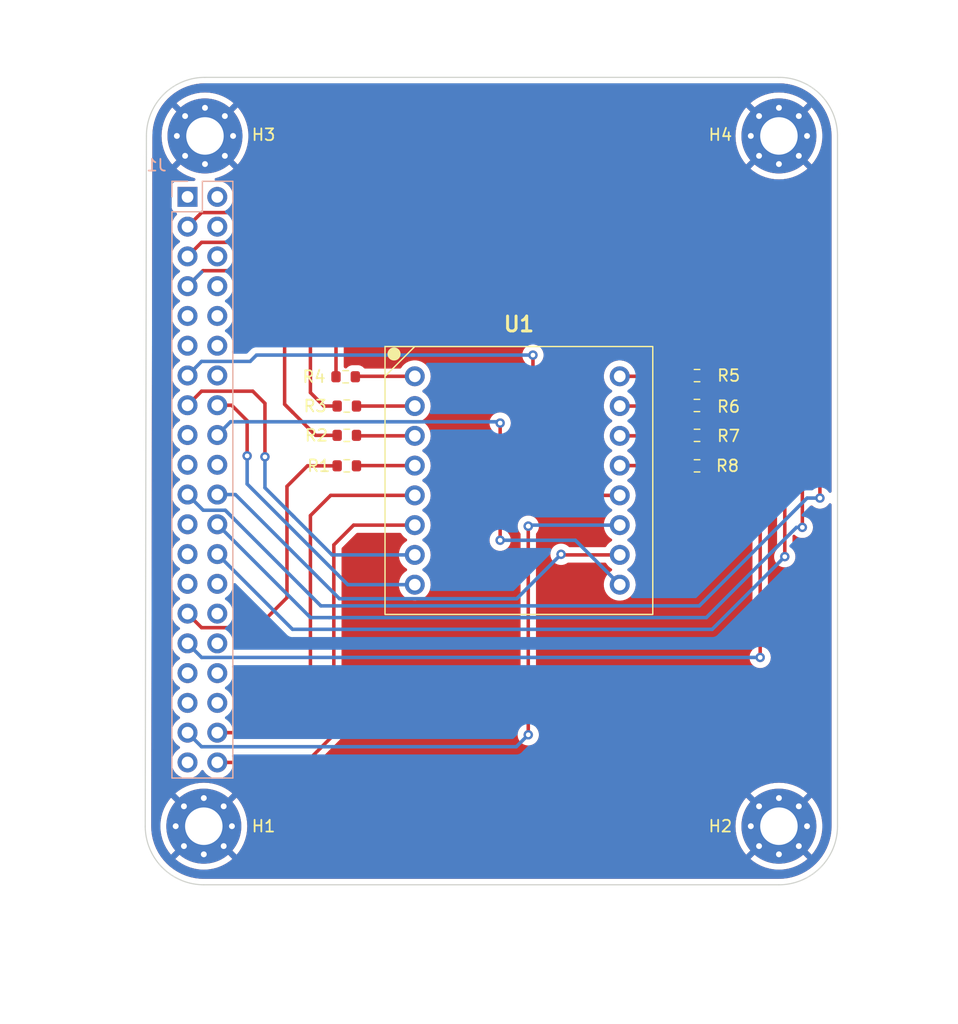
<source format=kicad_pcb>
(kicad_pcb (version 20211014) (generator pcbnew)
  (layers (0 "F.Cu" signal) (31 "B.Cu" signal) (34 "B.Paste" user) (35 "F.Paste" user) (36 "B.SilkS" user "B.Silkscreen") (37 "F.SilkS" user "F.Silkscreen") (38 "B.Mask" user) (39 "F.Mask" user) (44 "Edge.Cuts" user))
  (net 0 "")
  (net 3 "H1")
  (net 5 "H2")
  (net 7 "H3")
  (net 13 "L8")
  (net 15 "L3")
  (net 16 "L4")
  (net 18 "L5")
  (net 21 "H8")
  (net 22 "L6")
  (net 24 "H7")
  (net 26 "H6")
  (net 29 "H4")
  (net 31 "H5")
  (net 37 "L7")
  (net 38 "L1")
  (net 40 "L2")
  (net 41 "Net-(R1-Pad2)")
  (net 42 "Net-(R2-Pad2)")
  (net 43 "Net-(R3-Pad2)")
  (net 44 "Net-(R4-Pad2)")
  (net 45 "Net-(R5-Pad1)")
  (net 46 "Net-(R6-Pad1)")
  (net 47 "Net-(R7-Pad1)")
  (net 48 "Net-(R8-Pad1)")
  (net 49 "GND")
  (footprint "MountingHole:MountingHole_3.2mm_M3_Pad_Via" (layer "F.Cu") (at 185 63.1)
    (fp_text reference "H4" (at -5 -0.1) (layer "F.SilkS"))
    (fp_text value "MountingHole_Pad")
    (pad "1" thru_hole circle (at -1.697056 -1.697056) (size 0.8 0.8) (drill 0.5) (layers *.Cu *.Mask) (net 49 "GND"))
    (pad "1" thru_hole circle (at -1.697056 1.697056) (size 0.8 0.8) (drill 0.5) (layers *.Cu *.Mask) (net 49 "GND"))
    (pad "1" thru_hole circle (at 0 -2.4) (size 0.8 0.8) (drill 0.5) (layers *.Cu *.Mask) (net 49 "GND"))
    (pad "1" thru_hole circle (at 1.697056 1.697056) (size 0.8 0.8) (drill 0.5) (layers *.Cu *.Mask) (net 49 "GND"))
    (pad "1" thru_hole circle (at -2.4 0) (size 0.8 0.8) (drill 0.5) (layers *.Cu *.Mask) (net 49 "GND"))
    (pad "1" thru_hole circle (at 2.4 0) (size 0.8 0.8) (drill 0.5) (layers *.Cu *.Mask) (net 49 "GND"))
    (pad "1" thru_hole circle (at 0 0) (size 6.4 6.4) (drill 3.2) (layers *.Cu *.Mask) (net 49 "GND"))
    (pad "1" thru_hole circle (at 0 2.4) (size 0.8 0.8) (drill 0.5) (layers *.Cu *.Mask) (net 49 "GND"))
    (pad "1" thru_hole circle (at 1.697056 -1.697056) (size 0.8 0.8) (drill 0.5) (layers *.Cu *.Mask) (net 49 "GND"))
  )
  (footprint "Resistor_SMD:R_0603_1608Metric" (layer "F.Cu") (at 178.01 88.65)
    (fp_text reference "R7" (at 2.69 0.05) (layer "F.SilkS"))
    (fp_text value "220")
    (fp_line (start -0.237258 0.5225) (end 0.237258 0.5225) (layer "F.SilkS") (width 0.12))
    (fp_line (start -0.237258 -0.5225) (end 0.237258 -0.5225) (layer "F.SilkS") (width 0.12))
    (pad "1" smd roundrect (at -0.825 0) (size 0.8 0.95) (layers "F.Cu" "F.Paste" "F.Mask") (net 47 "Net-(R7-Pad1)"))
    (pad "2" smd roundrect (at 0.825 0) (size 0.8 0.95) (layers "F.Cu" "F.Paste" "F.Mask") (net 26 "H6"))
  )
  (footprint "MountingHole:MountingHole_3.2mm_M3_Pad_Via" (layer "F.Cu") (at 185 122)
    (fp_text reference "H2" (at -5 0) (layer "F.SilkS"))
    (fp_text value "MountingHole_Pad")
    (pad "1" thru_hole circle (at 1.697056 -1.697056) (size 0.8 0.8) (drill 0.5) (layers *.Cu *.Mask) (net 49 "GND"))
    (pad "1" thru_hole circle (at -1.697056 1.697056) (size 0.8 0.8) (drill 0.5) (layers *.Cu *.Mask) (net 49 "GND"))
    (pad "1" thru_hole circle (at -2.4 0) (size 0.8 0.8) (drill 0.5) (layers *.Cu *.Mask) (net 49 "GND"))
    (pad "1" thru_hole circle (at 1.697056 1.697056) (size 0.8 0.8) (drill 0.5) (layers *.Cu *.Mask) (net 49 "GND"))
    (pad "1" thru_hole circle (at 0 0) (size 6.4 6.4) (drill 3.2) (layers *.Cu *.Mask) (net 49 "GND"))
    (pad "1" thru_hole circle (at 0 2.4) (size 0.8 0.8) (drill 0.5) (layers *.Cu *.Mask) (net 49 "GND"))
    (pad "1" thru_hole circle (at 2.4 0) (size 0.8 0.8) (drill 0.5) (layers *.Cu *.Mask) (net 49 "GND"))
    (pad "1" thru_hole circle (at -1.697056 -1.697056) (size 0.8 0.8) (drill 0.5) (layers *.Cu *.Mask) (net 49 "GND"))
    (pad "1" thru_hole circle (at 0 -2.4) (size 0.8 0.8) (drill 0.5) (layers *.Cu *.Mask) (net 49 "GND"))
  )
  (footprint "MountingHole:MountingHole_3.2mm_M3_Pad_Via" (layer "F.Cu") (at 135.9 122)
    (fp_text reference "H1" (at 5.1 0) (layer "F.SilkS"))
    (fp_text value "MountingHole_Pad")
    (pad "1" thru_hole circle (at 0 -2.4) (size 0.8 0.8) (drill 0.5) (layers *.Cu *.Mask) (net 49 "GND"))
    (pad "1" thru_hole circle (at 2.4 0) (size 0.8 0.8) (drill 0.5) (layers *.Cu *.Mask) (net 49 "GND"))
    (pad "1" thru_hole circle (at 0 0) (size 6.4 6.4) (drill 3.2) (layers *.Cu *.Mask) (net 49 "GND"))
    (pad "1" thru_hole circle (at 1.697056 -1.697056) (size 0.8 0.8) (drill 0.5) (layers *.Cu *.Mask) (net 49 "GND"))
    (pad "1" thru_hole circle (at 1.697056 1.697056) (size 0.8 0.8) (drill 0.5) (layers *.Cu *.Mask) (net 49 "GND"))
    (pad "1" thru_hole circle (at -1.697056 1.697056) (size 0.8 0.8) (drill 0.5) (layers *.Cu *.Mask) (net 49 "GND"))
    (pad "1" thru_hole circle (at -1.697056 -1.697056) (size 0.8 0.8) (drill 0.5) (layers *.Cu *.Mask) (net 49 "GND"))
    (pad "1" thru_hole circle (at 0 2.4) (size 0.8 0.8) (drill 0.5) (layers *.Cu *.Mask) (net 49 "GND"))
    (pad "1" thru_hole circle (at -2.4 0) (size 0.8 0.8) (drill 0.5) (layers *.Cu *.Mask) (net 49 "GND"))
  )
  (footprint "Resistor_SMD:R_0603_1608Metric" (layer "F.Cu") (at 178 86.1)
    (fp_text reference "R6" (at 2.7 0.1) (layer "F.SilkS"))
    (fp_text value "220")
    (fp_line (start -0.237258 0.5225) (end 0.237258 0.5225) (layer "F.SilkS") (width 0.12))
    (fp_line (start -0.237258 -0.5225) (end 0.237258 -0.5225) (layer "F.SilkS") (width 0.12))
    (pad "1" smd roundrect (at -0.825 0) (size 0.8 0.95) (layers "F.Cu" "F.Paste" "F.Mask") (net 46 "Net-(R6-Pad1)"))
    (pad "2" smd roundrect (at 0.825 0) (size 0.8 0.95) (layers "F.Cu" "F.Paste" "F.Mask") (net 24 "H7"))
  )
  (footprint "Resistor_SMD:R_0603_1608Metric" (layer "F.Cu") (at 178.01 83.55)
    (fp_text reference "R5" (at 2.7 0) (layer "F.SilkS"))
    (fp_text value "220")
    (fp_line (start -0.237258 -0.5225) (end 0.237258 -0.5225) (layer "F.SilkS") (width 0.12))
    (fp_line (start -0.237258 0.5225) (end 0.237258 0.5225) (layer "F.SilkS") (width 0.12))
    (pad "1" smd roundrect (at -0.825 0) (size 0.8 0.95) (layers "F.Cu" "F.Paste" "F.Mask") (net 45 "Net-(R5-Pad1)"))
    (pad "2" smd roundrect (at 0.825 0) (size 0.8 0.95) (layers "F.Cu" "F.Paste" "F.Mask") (net 21 "H8"))
  )
  (footprint "MountingHole:MountingHole_3.2mm_M3_Pad_Via" (layer "F.Cu") (at 136 63.1)
    (fp_text reference "H3" (at 5 -0.1) (layer "F.SilkS"))
    (fp_text value "MountingHole_Pad")
    (pad "1" thru_hole circle (at -2.4 0) (size 0.8 0.8) (drill 0.5) (layers *.Cu *.Mask) (net 49 "GND"))
    (pad "1" thru_hole circle (at -1.697056 1.697056) (size 0.8 0.8) (drill 0.5) (layers *.Cu *.Mask) (net 49 "GND"))
    (pad "1" thru_hole circle (at -1.697056 -1.697056) (size 0.8 0.8) (drill 0.5) (layers *.Cu *.Mask) (net 49 "GND"))
    (pad "1" thru_hole circle (at 1.697056 -1.697056) (size 0.8 0.8) (drill 0.5) (layers *.Cu *.Mask) (net 49 "GND"))
    (pad "1" thru_hole circle (at 0 0) (size 6.4 6.4) (drill 3.2) (layers *.Cu *.Mask) (net 49 "GND"))
    (pad "1" thru_hole circle (at 2.4 0) (size 0.8 0.8) (drill 0.5) (layers *.Cu *.Mask) (net 49 "GND"))
    (pad "1" thru_hole circle (at 1.697056 1.697056) (size 0.8 0.8) (drill 0.5) (layers *.Cu *.Mask) (net 49 "GND"))
    (pad "1" thru_hole circle (at 0 2.4) (size 0.8 0.8) (drill 0.5) (layers *.Cu *.Mask) (net 49 "GND"))
    (pad "1" thru_hole circle (at 0 -2.4) (size 0.8 0.8) (drill 0.5) (layers *.Cu *.Mask) (net 49 "GND"))
  )
  (footprint "Resistor_SMD:R_0603_1608Metric" (layer "F.Cu") (at 178.01 91.25)
    (fp_text reference "R8" (at 2.6 0) (layer "F.SilkS"))
    (fp_text value "220")
    (fp_line (start -0.237258 -0.5225) (end 0.237258 -0.5225) (layer "F.SilkS") (width 0.12))
    (fp_line (start -0.237258 0.5225) (end 0.237258 0.5225) (layer "F.SilkS") (width 0.12))
    (pad "1" smd roundrect (at -0.825 0) (size 0.8 0.95) (layers "F.Cu" "F.Paste" "F.Mask") (net 48 "Net-(R8-Pad1)"))
    (pad "2" smd roundrect (at 0.825 0) (size 0.8 0.95) (layers "F.Cu" "F.Paste" "F.Mask") (net 31 "H5"))
  )
  (footprint "Resistor_SMD:R_0603_1608Metric" (layer "F.Cu") (at 148.11 86.15)
    (fp_text reference "R3" (at -2.7 0) (layer "F.SilkS"))
    (fp_text value "220")
    (fp_line (start -0.237258 0.5225) (end 0.237258 0.5225) (layer "F.SilkS") (width 0.12))
    (fp_line (start -0.237258 -0.5225) (end 0.237258 -0.5225) (layer "F.SilkS") (width 0.12))
    (pad "1" smd roundrect (at -0.825 0) (size 0.8 0.95) (layers "F.Cu" "F.Paste" "F.Mask") (net 5 "H2"))
    (pad "2" smd roundrect (at 0.825 0) (size 0.8 0.95) (layers "F.Cu" "F.Paste" "F.Mask") (net 43 "Net-(R3-Pad2)"))
  )
  (footprint "Resistor_SMD:R_0603_1608Metric" (layer "F.Cu") (at 148.11 91.25)
    (fp_text reference "R1" (at -2.4 0) (layer "F.SilkS"))
    (fp_text value "220")
    (fp_line (start -0.237258 0.5225) (end 0.237258 0.5225) (layer "F.SilkS") (width 0.12))
    (fp_line (start -0.237258 -0.5225) (end 0.237258 -0.5225) (layer "F.SilkS") (width 0.12))
    (pad "1" smd roundrect (at -0.825 0) (size 0.8 0.95) (layers "F.Cu" "F.Paste" "F.Mask") (net 29 "H4"))
    (pad "2" smd roundrect (at 0.825 0) (size 0.8 0.95) (layers "F.Cu" "F.Paste" "F.Mask") (net 41 "Net-(R1-Pad2)"))
  )
  (footprint "Resistor_SMD:R_0603_1608Metric" (layer "F.Cu") (at 148.11 88.65)
    (fp_text reference "R2" (at -2.6 0) (layer "F.SilkS"))
    (fp_text value "220")
    (fp_line (start -0.237258 0.5225) (end 0.237258 0.5225) (layer "F.SilkS") (width 0.12))
    (fp_line (start -0.237258 -0.5225) (end 0.237258 -0.5225) (layer "F.SilkS") (width 0.12))
    (pad "1" smd roundrect (at -0.825 0) (size 0.8 0.95) (layers "F.Cu" "F.Paste" "F.Mask") (net 7 "H3"))
    (pad "2" smd roundrect (at 0.825 0) (size 0.8 0.95) (layers "F.Cu" "F.Paste" "F.Mask") (net 42 "Net-(R2-Pad2)"))
  )
  (footprint "Resistor_SMD:R_0603_1608Metric" (layer "F.Cu") (at 148.01 83.65)
    (fp_text reference "R4" (at -2.7 0) (layer "F.SilkS"))
    (fp_text value "220")
    (fp_line (start -0.237258 0.5225) (end 0.237258 0.5225) (layer "F.SilkS") (width 0.12))
    (fp_line (start -0.237258 -0.5225) (end 0.237258 -0.5225) (layer "F.SilkS") (width 0.12))
    (pad "1" smd roundrect (at -0.825 0) (size 0.8 0.95) (layers "F.Cu" "F.Paste" "F.Mask") (net 3 "H1"))
    (pad "2" smd roundrect (at 0.825 0) (size 0.8 0.95) (layers "F.Cu" "F.Paste" "F.Mask") (net 44 "Net-(R4-Pad2)"))
  )
  (footprint "pi_hat_footprint:DIPS4572W51P254L6020H925Q16N" (layer "F.Cu") (at 153.91 83.61)
    (fp_text reference "U1" (at 8.89 -4.445) (layer "F.SilkS") (effects (font (size 1.27 1.27) (thickness 0.254))))
    (fp_text value "KWM-20882CVB" hide)
    (fp_line (start -2.54 0) (end 0 -2.54) (layer "F.SilkS") (width 0.12))
    (fp_rect (start -2.54 -2.54) (end 20.32 20.32) (layer "F.SilkS") (width 0.12) (fill none))
    (fp_circle (center -1.77 -1.905) (end -1.27 -1.905) (layer "F.SilkS") (width 0.12) (fill solid))
    (pad "1" thru_hole oval (at 0 0) (size 1.7 1.7) (drill 1) (layers *.Cu *.Mask) (net 44 "Net-(R4-Pad2)"))
    (pad "2" thru_hole oval (at 0 2.54) (size 1.7 1.7) (drill 1) (layers *.Cu *.Mask) (net 43 "Net-(R3-Pad2)"))
    (pad "3" thru_hole oval (at 0 5.08) (size 1.7 1.7) (drill 1) (layers *.Cu *.Mask) (net 42 "Net-(R2-Pad2)"))
    (pad "4" thru_hole oval (at 0 7.62) (size 1.7 1.7) (drill 1) (layers *.Cu *.Mask) (net 41 "Net-(R1-Pad2)"))
    (pad "5" thru_hole oval (at 0 10.16) (size 1.7 1.7) (drill 1) (layers *.Cu *.Mask) (net 38 "L1"))
    (pad "6" thru_hole oval (at 0 12.7) (size 1.7 1.7) (drill 1) (layers *.Cu *.Mask) (net 40 "L2"))
    (pad "7" thru_hole oval (at 0 15.24) (size 1.7 1.7) (drill 1) (layers *.Cu *.Mask) (net 15 "L3"))
    (pad "8" thru_hole oval (at 0 17.78) (size 1.7 1.7) (drill 1) (layers *.Cu *.Mask) (net 16 "L4"))
    (pad "9" thru_hole oval (at 17.5 17.78) (size 1.7 1.7) (drill 1) (layers *.Cu *.Mask) (net 18 "L5"))
    (pad "10" thru_hole oval (at 17.5 15.24) (size 1.7 1.7) (drill 1) (layers *.Cu *.Mask) (net 22 "L6"))
    (pad "11" thru_hole oval (at 17.5 12.7) (size 1.7 1.7) (drill 1) (layers *.Cu *.Mask) (net 37 "L7"))
    (pad "12" thru_hole oval (at 17.5 10.16) (size 1.7 1.7) (drill 1) (layers *.Cu *.Mask) (net 13 "L8"))
    (pad "13" thru_hole oval (at 17.5 7.62) (size 1.7 1.7) (drill 1) (layers *.Cu *.Mask) (net 48 "Net-(R8-Pad1)"))
    (pad "14" thru_hole oval (at 17.5 5.08) (size 1.7 1.7) (drill 1) (layers *.Cu *.Mask) (net 47 "Net-(R7-Pad1)"))
    (pad "15" thru_hole oval (at 17.5 2.54) (size 1.7 1.7) (drill 1) (layers *.Cu *.Mask) (net 46 "Net-(R6-Pad1)"))
    (pad "16" thru_hole oval (at 17.5 0) (size 1.7 1.7) (drill 1) (layers *.Cu *.Mask) (net 45 "Net-(R5-Pad1)"))
  )
  (footprint "Connector_PinSocket_2.54mm:PinSocket_2x20_P2.54mm_Vertical" (layer "B.Cu") (at 134.51 68.3 180)
    (fp_text reference "J1" (at 2.65 2.7) (layer "B.SilkS") (effects (justify mirror)))
    (fp_text value "Raspberry_Pi_2_3")
    (fp_line (start 1.33 -1.27) (end 1.33 -49.59) (layer "B.SilkS") (width 0.12))
    (fp_line (start -1.27 -1.27) (end 1.33 -1.27) (layer "B.SilkS") (width 0.12))
    (fp_line (start 0 1.33) (end 1.33 1.33) (layer "B.SilkS") (width 0.12))
    (fp_line (start 1.33 1.33) (end 1.33 0) (layer "B.SilkS") (width 0.12))
    (fp_line (start -1.27 1.33) (end -1.27 -1.27) (layer "B.SilkS") (width 0.12))
    (fp_line (start -3.87 -49.59) (end 1.33 -49.59) (layer "B.SilkS") (width 0.12))
    (fp_line (start -3.87 1.33) (end -3.87 -49.59) (layer "B.SilkS") (width 0.12))
    (fp_line (start -3.87 1.33) (end -1.27 1.33) (layer "B.SilkS") (width 0.12))
    (pad "1" thru_hole rect (at 0 0 180) (size 1.7 1.7) (drill 1) (layers *.Cu *.Mask))
    (pad "2" thru_hole oval (at -2.54 0 180) (size 1.7 1.7) (drill 1) (layers *.Cu *.Mask))
    (pad "3" thru_hole oval (at 0 -2.54 180) (size 1.7 1.7) (drill 1) (layers *.Cu *.Mask) (net 3 "H1"))
    (pad "4" thru_hole oval (at -2.54 -2.54 180) (size 1.7 1.7) (drill 1) (layers *.Cu *.Mask))
    (pad "5" thru_hole oval (at 0 -5.08 180) (size 1.7 1.7) (drill 1) (layers *.Cu *.Mask) (net 5 "H2"))
    (pad "6" thru_hole oval (at -2.54 -5.08 180) (size 1.7 1.7) (drill 1) (layers *.Cu *.Mask))
    (pad "7" thru_hole oval (at 0 -7.62 180) (size 1.7 1.7) (drill 1) (layers *.Cu *.Mask) (net 7 "H3"))
    (pad "8" thru_hole oval (at -2.54 -7.62 180) (size 1.7 1.7) (drill 1) (layers *.Cu *.Mask))
    (pad "9" thru_hole oval (at 0 -10.16 180) (size 1.7 1.7) (drill 1) (layers *.Cu *.Mask))
    (pad "10" thru_hole oval (at -2.54 -10.16 180) (size 1.7 1.7) (drill 1) (layers *.Cu *.Mask))
    (pad "11" thru_hole oval (at 0 -12.7 180) (size 1.7 1.7) (drill 1) (layers *.Cu *.Mask))
    (pad "12" thru_hole oval (at -2.54 -12.7 180) (size 1.7 1.7) (drill 1) (layers *.Cu *.Mask))
    (pad "13" thru_hole oval (at 0 -15.24 180) (size 1.7 1.7) (drill 1) (layers *.Cu *.Mask) (net 13 "L8"))
    (pad "14" thru_hole oval (at -2.54 -15.24 180) (size 1.7 1.7) (drill 1) (layers *.Cu *.Mask))
    (pad "15" thru_hole oval (at 0 -17.78 180) (size 1.7 1.7) (drill 1) (layers *.Cu *.Mask) (net 15 "L3"))
    (pad "16" thru_hole oval (at -2.54 -17.78 180) (size 1.7 1.7) (drill 1) (layers *.Cu *.Mask) (net 16 "L4"))
    (pad "17" thru_hole oval (at 0 -20.32 180) (size 1.7 1.7) (drill 1) (layers *.Cu *.Mask))
    (pad "18" thru_hole oval (at -2.54 -20.32 180) (size 1.7 1.7) (drill 1) (layers *.Cu *.Mask) (net 18 "L5"))
    (pad "19" thru_hole oval (at 0 -22.86 180) (size 1.7 1.7) (drill 1) (layers *.Cu *.Mask))
    (pad "20" thru_hole oval (at -2.54 -22.86 180) (size 1.7 1.7) (drill 1) (layers *.Cu *.Mask))
    (pad "21" thru_hole oval (at 0 -25.4 180) (size 1.7 1.7) (drill 1) (layers *.Cu *.Mask) (net 21 "H8"))
    (pad "22" thru_hole oval (at -2.54 -25.4 180) (size 1.7 1.7) (drill 1) (layers *.Cu *.Mask) (net 22 "L6"))
    (pad "23" thru_hole oval (at 0 -27.94 180) (size 1.7 1.7) (drill 1) (layers *.Cu *.Mask))
    (pad "24" thru_hole oval (at -2.54 -27.94 180) (size 1.7 1.7) (drill 1) (layers *.Cu *.Mask) (net 24 "H7"))
    (pad "25" thru_hole oval (at 0 -30.48 180) (size 1.7 1.7) (drill 1) (layers *.Cu *.Mask))
    (pad "26" thru_hole oval (at -2.54 -30.48 180) (size 1.7 1.7) (drill 1) (layers *.Cu *.Mask) (net 26 "H6"))
    (pad "27" thru_hole oval (at 0 -33.02 180) (size 1.7 1.7) (drill 1) (layers *.Cu *.Mask))
    (pad "28" thru_hole oval (at -2.54 -33.02 180) (size 1.7 1.7) (drill 1) (layers *.Cu *.Mask))
    (pad "29" thru_hole oval (at 0 -35.56 180) (size 1.7 1.7) (drill 1) (layers *.Cu *.Mask) (net 29 "H4"))
    (pad "30" thru_hole oval (at -2.54 -35.56 180) (size 1.7 1.7) (drill 1) (layers *.Cu *.Mask))
    (pad "31" thru_hole oval (at 0 -38.1 180) (size 1.7 1.7) (drill 1) (layers *.Cu *.Mask) (net 31 "H5"))
    (pad "32" thru_hole oval (at -2.54 -38.1 180) (size 1.7 1.7) (drill 1) (layers *.Cu *.Mask))
    (pad "33" thru_hole oval (at 0 -40.64 180) (size 1.7 1.7) (drill 1) (layers *.Cu *.Mask))
    (pad "34" thru_hole oval (at -2.54 -40.64 180) (size 1.7 1.7) (drill 1) (layers *.Cu *.Mask))
    (pad "35" thru_hole oval (at 0 -43.18 180) (size 1.7 1.7) (drill 1) (layers *.Cu *.Mask))
    (pad "36" thru_hole oval (at -2.54 -43.18 180) (size 1.7 1.7) (drill 1) (layers *.Cu *.Mask))
    (pad "37" thru_hole oval (at 0 -45.72 180) (size 1.7 1.7) (drill 1) (layers *.Cu *.Mask) (net 37 "L7"))
    (pad "38" thru_hole oval (at -2.54 -45.72 180) (size 1.7 1.7) (drill 1) (layers *.Cu *.Mask) (net 38 "L1"))
    (pad "39" thru_hole oval (at 0 -48.26 180) (size 1.7 1.7) (drill 1) (layers *.Cu *.Mask))
    (pad "40" thru_hole oval (at -2.54 -48.26 180) (size 1.7 1.7) (drill 1) (layers *.Cu *.Mask) (net 40 "L2"))
  )
  (gr_line (start 190 63.1) (end 190 122) (layer "Edge.Cuts") (width 0.1))
  (gr_arc (start 135.9 127) (mid 132.364466 125.535534) (end 130.9 122) (layer "Edge.Cuts") (width 0.1))
  (gr_line (start 136 58.1) (end 185 58.1) (layer "Edge.Cuts") (width 0.1))
  (gr_arc (start 190 122) (mid 188.535534 125.535534) (end 185 127) (layer "Edge.Cuts") (width 0.1))
  (gr_line (start 130.9 122) (end 131 63.1) (layer "Edge.Cuts") (width 0.1))
  (gr_line (start 185 127) (end 135.9 127) (layer "Edge.Cuts") (width 0.1))
  (gr_arc (start 131 63.1) (mid 132.464466 59.564466) (end 136 58.1) (layer "Edge.Cuts") (width 0.1))
  (gr_arc (start 185 58.1) (mid 188.535534 59.564466) (end 190 63.1) (layer "Edge.Cuts") (width 0.1))
  (segment (start 135.709511 69.640489) (end 145.840489 69.640489) (width 0.3) (layer "F.Cu") (net 3))
  (segment (start 147.2 83.635) (end 147.185 83.65) (width 0.3) (layer "F.Cu") (net 3))
  (segment (start 147.185 70.985) (end 147.185 83.65) (width 0.3) (layer "F.Cu") (net 3))
  (segment (start 145.840489 69.640489) (end 147.185 70.985) (width 0.3) (layer "F.Cu") (net 3))
  (segment (start 134.51 70.84) (end 135.709511 69.640489) (width 0.3) (layer "F.Cu") (net 3))
  (segment (start 145 85) (end 145 73.6) (width 0.3) (layer "F.Cu") (net 5))
  (segment (start 143.580489 72.180489) (end 135.709511 72.180489) (width 0.3) (layer "F.Cu") (net 5))
  (segment (start 135.709511 72.180489) (end 134.51 73.38) (width 0.3) (layer "F.Cu") (net 5))
  (segment (start 146.15 86.15) (end 145 85) (width 0.3) (layer "F.Cu") (net 5))
  (segment (start 145 73.6) (end 143.580489 72.180489) (width 0.3) (layer "F.Cu") (net 5))
  (segment (start 147.285 86.15) (end 146.15 86.15) (width 0.3) (layer "F.Cu") (net 5))
  (segment (start 135.83 74.6) (end 134.51 75.92) (width 0.3) (layer "F.Cu") (net 7))
  (segment (start 142.8 77) (end 142.8 86) (width 0.3) (layer "F.Cu") (net 7))
  (segment (start 145.45 88.65) (end 143.5 86.7) (width 0.3) (layer "F.Cu") (net 7))
  (segment (start 142.8 86) (end 143.5 86.7) (width 0.3) (layer "F.Cu") (net 7))
  (segment (start 142.8 77) (end 142.8 76.2) (width 0.3) (layer "F.Cu") (net 7))
  (segment (start 143.5 86.7) (end 142.88 86.08) (width 0.3) (layer "F.Cu") (net 7))
  (segment (start 145.45 88.65) (end 147.285 88.65) (width 0.3) (layer "F.Cu") (net 7))
  (segment (start 142.8 76.2) (end 141.2 74.6) (width 0.3) (layer "F.Cu") (net 7))
  (segment (start 141.2 74.6) (end 135.83 74.6) (width 0.3) (layer "F.Cu") (net 7))
  (segment (start 134.51 75.92) (end 135.709511 74.720489) (width 0.3) (layer "B.Cu") (net 7))
  (segment (start 164 92) (end 164 81.8) (width 0.3) (layer "F.Cu") (net 13))
  (segment (start 165.77 93.77) (end 164 92) (width 0.3) (layer "F.Cu") (net 13))
  (segment (start 171.41 93.77) (end 165.77 93.77) (width 0.3) (layer "F.Cu") (net 13))
  (via (at 164 81.8) (size 0.8) (drill 0.4) (layers "F.Cu" "B.Cu") (net 13))
  (segment (start 135.709511 82.340489) (end 139.859511 82.340489) (width 0.3) (layer "B.Cu") (net 13))
  (segment (start 139.859511 82.340489) (end 140.4 81.8) (width 0.3) (layer "B.Cu") (net 13))
  (segment (start 134.51 83.54) (end 135.709511 82.340489) (width 0.3) (layer "B.Cu") (net 13))
  (segment (start 140.4 81.8) (end 164 81.8) (width 0.3) (layer "B.Cu") (net 13))
  (segment (start 134.51 86.08) (end 135.709511 84.880489) (width 0.3) (layer "F.Cu") (net 15))
  (segment (start 135.709511 84.880489) (end 140.080489 84.880489) (width 0.3) (layer "F.Cu") (net 15))
  (segment (start 141.119511 90.480489) (end 141.119511 85.919511) (width 0.3) (layer "F.Cu") (net 15))
  (segment (start 141.119511 85.919511) (end 140.080489 84.880489) (width 0.3) (layer "F.Cu") (net 15))
  (via (at 141.119511 90.480489) (size 0.8) (drill 0.4) (layers "F.Cu" "B.Cu") (net 15))
  (segment (start 143.6 95.6) (end 143.4 95.4) (width 0.3) (layer "B.Cu") (net 15))
  (segment (start 146.85 98.85) (end 143.6 95.6) (width 0.3) (layer "B.Cu") (net 15))
  (segment (start 141.119511 90.480489) (end 141.119511 93.119511) (width 0.3) (layer "B.Cu") (net 15))
  (segment (start 141.119511 93.119511) (end 143.6 95.6) (width 0.3) (layer "B.Cu") (net 15))
  (segment (start 153.91 98.85) (end 146.85 98.85) (width 0.3) (layer "B.Cu") (net 15))
  (segment (start 139.6 90.4) (end 139.6 87.4) (width 0.3) (layer "F.Cu") (net 16))
  (segment (start 139.6 87.4) (end 138.28 86.08) (width 0.3) (layer "F.Cu") (net 16))
  (segment (start 138.28 86.08) (end 137.05 86.08) (width 0.3) (layer "F.Cu") (net 16))
  (via (at 139.6 90.4) (size 0.8) (drill 0.4) (layers "F.Cu" "B.Cu") (net 16))
  (segment (start 148.19 101.39) (end 139.6 92.8) (width 0.3) (layer "B.Cu") (net 16))
  (segment (start 153.91 101.39) (end 148.19 101.39) (width 0.3) (layer "B.Cu") (net 16))
  (segment (start 139.6 92.8) (end 139.6 90.4) (width 0.3) (layer "B.Cu") (net 16))
  (segment (start 161.2 97.6) (end 161.2 87.6) (width 0.3) (layer "F.Cu") (net 18))
  (via (at 161.2 97.6) (size 0.8) (drill 0.4) (layers "F.Cu" "B.Cu") (net 18))
  (via (at 161.2 87.6) (size 0.8) (drill 0.4) (layers "F.Cu" "B.Cu") (net 18))
  (segment (start 161.090489 87.490489) (end 138.179511 87.490489) (width 0.3) (layer "B.Cu") (net 18))
  (segment (start 138.179511 87.490489) (end 137.05 88.62) (width 0.3) (layer "B.Cu") (net 18))
  (segment (start 167.62 97.6) (end 161.2 97.6) (width 0.3) (layer "B.Cu") (net 18))
  (segment (start 161.2 87.6) (end 161.090489 87.490489) (width 0.3) (layer "B.Cu") (net 18))
  (segment (start 171.41 101.39) (end 167.62 97.6) (width 0.3) (layer "B.Cu") (net 18))
  (segment (start 188.5 86) (end 188.5 94) (width 0.3) (layer "F.Cu") (net 21))
  (segment (start 178.835 83.55) (end 184.05 83.55) (width 0.3) (layer "F.Cu") (net 21))
  (segment (start 186.05 83.55) (end 188.5 86) (width 0.3) (layer "F.Cu") (net 21))
  (segment (start 178.835 83.55) (end 186.05 83.55) (width 0.3) (layer "F.Cu") (net 21))
  (via (at 188.5 94) (size 0.8) (drill 0.4) (layers "F.Cu" "B.Cu") (net 21))
  (segment (start 178.2 103.2) (end 187.4 94) (width 0.3) (layer "B.Cu") (net 21))
  (segment (start 134.51 93.7) (end 135.850489 95.040489) (width 0.3) (layer "B.Cu") (net 21))
  (segment (start 187.4 94) (end 188.5 94) (width 0.3) (layer "B.Cu") (net 21))
  (segment (start 135.850489 95.040489) (end 137.734061 95.040489) (width 0.3) (layer "B.Cu") (net 21))
  (segment (start 137.8 95.106428) (end 138.446786 95.753214) (width 0.3) (layer "B.Cu") (net 21))
  (segment (start 138.446786 95.753214) (end 145.893572 103.2) (width 0.3) (layer "B.Cu") (net 21))
  (segment (start 137.734061 95.040489) (end 138.446786 95.753214) (width 0.3) (layer "B.Cu") (net 21))
  (segment (start 145.893572 103.2) (end 178.2 103.2) (width 0.3) (layer "B.Cu") (net 21))
  (segment (start 171.41 98.85) (end 166.45 98.85) (width 0.3) (layer "F.Cu") (net 22))
  (segment (start 166.45 98.85) (end 166.4 98.8) (width 0.3) (layer "F.Cu") (net 22))
  (via (at 166.4 98.8) (size 0.8) (drill 0.4) (layers "F.Cu" "B.Cu") (net 22))
  (segment (start 166.4 98.8) (end 162.610489 102.589511) (width 0.3) (layer "B.Cu") (net 22))
  (segment (start 162.610489 102.589511) (end 162.389511 102.589511) (width 0.3) (layer "B.Cu") (net 22))
  (segment (start 147.483084 102.589511) (end 138.593573 93.7) (width 0.3) (layer "B.Cu") (net 22))
  (segment (start 138.593573 93.7) (end 137.05 93.7) (width 0.3) (layer "B.Cu") (net 22))
  (segment (start 162.389511 102.589511) (end 147.989511 102.589511) (width 0.3) (layer "B.Cu") (net 22))
  (segment (start 147.989511 102.589511) (end 147.483084 102.589511) (width 0.3) (layer "B.Cu") (net 22))
  (segment (start 178.825 86.1) (end 184.1 86.1) (width 0.3) (layer "F.Cu") (net 24))
  (segment (start 184.1 86.1) (end 187 89) (width 0.3) (layer "F.Cu") (net 24))
  (segment (start 187 89) (end 187 96.5) (width 0.3) (layer "F.Cu") (net 24))
  (via (at 187 96.5) (size 0.8) (drill 0.4) (layers "F.Cu" "B.Cu") (net 24))
  (segment (start 146.6 104.2) (end 178.8 104.2) (width 0.3) (layer "B.Cu") (net 24))
  (segment (start 145.01 104.2) (end 146.6 104.2) (width 0.3) (layer "B.Cu") (net 24))
  (segment (start 186.5 96.5) (end 187 96.5) (width 0.3) (layer "B.Cu") (net 24))
  (segment (start 137.05 96.24) (end 145.01 104.2) (width 0.3) (layer "B.Cu") (net 24))
  (segment (start 178.8 104.2) (end 186.5 96.5) (width 0.3) (layer "B.Cu") (net 24))
  (segment (start 183.15 88.65) (end 185.5 91) (width 0.3) (layer "F.Cu") (net 26))
  (segment (start 185.5 91) (end 185.5 99) (width 0.3) (layer "F.Cu") (net 26))
  (segment (start 178.835 88.65) (end 183.15 88.65) (width 0.3) (layer "F.Cu") (net 26))
  (via (at 185.5 99) (size 0.8) (drill 0.4) (layers "F.Cu" "B.Cu") (net 26))
  (segment (start 137.05 98.78) (end 143.47 105.2) (width 0.3) (layer "B.Cu") (net 26))
  (segment (start 143.47 105.2) (end 179.3 105.2) (width 0.3) (layer "B.Cu") (net 26))
  (segment (start 179.3 105.2) (end 185.5 99) (width 0.3) (layer "B.Cu") (net 26))
  (segment (start 143 93) (end 144.75 91.25) (width 0.3) (layer "F.Cu") (net 29))
  (segment (start 134.51 103.86) (end 135.709511 105.059511) (width 0.3) (layer "F.Cu") (net 29))
  (segment (start 143 102.5) (end 143 93) (width 0.3) (layer "F.Cu") (net 29))
  (segment (start 144.75 91.25) (end 147.285 91.25) (width 0.3) (layer "F.Cu") (net 29))
  (segment (start 140.440489 105.059511) (end 143 102.5) (width 0.3) (layer "F.Cu") (net 29))
  (segment (start 135.709511 105.059511) (end 140.440489 105.059511) (width 0.3) (layer "F.Cu") (net 29))
  (segment (start 183.4 107.6) (end 183.4 92.9) (width 0.3) (layer "F.Cu") (net 31))
  (segment (start 183.4 92.9) (end 183.05 92.55) (width 0.3) (layer "F.Cu") (net 31))
  (segment (start 181.75 91.25) (end 183.05 92.55) (width 0.3) (layer "F.Cu") (net 31))
  (segment (start 178.835 91.25) (end 181.75 91.25) (width 0.3) (layer "F.Cu") (net 31))
  (via (at 183.4 107.6) (size 0.8) (drill 0.4) (layers "F.Cu" "B.Cu") (net 31))
  (segment (start 135.71 107.6) (end 183.4 107.6) (width 0.3) (layer "B.Cu") (net 31))
  (segment (start 134.51 106.4) (end 135.71 107.6) (width 0.3) (layer "B.Cu") (net 31))
  (segment (start 163.69 96.31) (end 163.6 96.4) (width 0.3) (layer "F.Cu") (net 37))
  (segment (start 163.6 96.4) (end 163.6 114.2) (width 0.3) (layer "F.Cu") (net 37))
  (via (at 163.6 96.4) (size 0.8) (drill 0.4) (layers "F.Cu" "B.Cu") (net 37))
  (via (at 163.6 114.2) (size 0.8) (drill 0.4) (layers "F.Cu" "B.Cu") (net 37))
  (via (at 163.6 96.4) (size 0.8) (drill 0.4) (layers "F.Cu" "B.Cu") (net 37))
  (segment (start 134.51 114.02) (end 135.709511 115.219511) (width 0.3) (layer "B.Cu") (net 37))
  (segment (start 163.69 96.31) (end 163.6 96.4) (width 0.3) (layer "B.Cu") (net 37))
  (segment (start 162.580489 115.219511) (end 163.6 114.2) (width 0.3) (layer "B.Cu") (net 37))
  (segment (start 171.41 96.31) (end 163.69 96.31) (width 0.3) (layer "B.Cu") (net 37))
  (segment (start 135.709511 115.219511) (end 162.580489 115.219511) (width 0.3) (layer "B.Cu") (net 37))
  (segment (start 140.2 114) (end 140 114) (width 0.3) (layer "F.Cu") (net 38))
  (segment (start 145 95.5) (end 145 112) (width 0.3) (layer "F.Cu") (net 38))
  (segment (start 140.18 114.02) (end 137.05 114.02) (width 0.3) (layer "F.Cu") (net 38))
  (segment (start 140.2 114) (end 140.18 114.02) (width 0.3) (layer "F.Cu") (net 38))
  (segment (start 143 114) (end 140.2 114) (width 0.3) (layer "F.Cu") (net 38))
  (segment (start 145 112) (end 143 114) (width 0.3) (layer "F.Cu") (net 38))
  (segment (start 153.91 93.77) (end 146.73 93.77) (width 0.3) (layer "F.Cu") (net 38))
  (segment (start 146.73 93.77) (end 145 95.5) (width 0.3) (layer "F.Cu") (net 38))
  (segment (start 147 98) (end 147 114.2) (width 0.3) (layer "F.Cu") (net 40))
  (segment (start 148.69 96.31) (end 147 98) (width 0.3) (layer "F.Cu") (net 40))
  (segment (start 144.64 116.56) (end 147 114.2) (width 0.3) (layer "F.Cu") (net 40))
  (segment (start 137.05 116.56) (end 144.64 116.56) (width 0.3) (layer "F.Cu") (net 40))
  (segment (start 153.91 96.31) (end 148.69 96.31) (width 0.3) (layer "F.Cu") (net 40))
  (segment (start 148.955 91.23) (end 153.91 91.23) (width 0.3) (layer "F.Cu") (net 41))
  (segment (start 148.935 91.25) (end 148.955 91.23) (width 0.3) (layer "F.Cu") (net 41))
  (segment (start 148.975 88.69) (end 153.91 88.69) (width 0.3) (layer "F.Cu") (net 42))
  (segment (start 148.935 88.65) (end 148.975 88.69) (width 0.3) (layer "F.Cu") (net 42))
  (segment (start 148.935 86.15) (end 153.91 86.15) (width 0.3) (layer "F.Cu") (net 43))
  (segment (start 148.835 83.65) (end 148.875 83.61) (width 0.3) (layer "F.Cu") (net 44))
  (segment (start 148.875 83.61) (end 153.91 83.61) (width 0.3) (layer "F.Cu") (net 44))
  (segment (start 177.125 83.61) (end 171.41 83.61) (width 0.3) (layer "F.Cu") (net 45))
  (segment (start 177.185 83.55) (end 177.125 83.61) (width 0.3) (layer "F.Cu") (net 45))
  (segment (start 177.175 86.1) (end 177.125 86.15) (width 0.3) (layer "F.Cu") (net 46))
  (segment (start 177.125 86.15) (end 171.41 86.15) (width 0.3) (layer "F.Cu") (net 46))
  (segment (start 177.145 88.69) (end 171.41 88.69) (width 0.3) (layer "F.Cu") (net 47))
  (segment (start 177.185 88.65) (end 177.145 88.69) (width 0.3) (layer "F.Cu") (net 47))
  (segment (start 177.165 91.23) (end 171.41 91.23) (width 0.3) (layer "F.Cu") (net 48))
  (segment (start 177.185 91.25) (end 177.165 91.23) (width 0.3) (layer "F.Cu") (net 48))
  (zone (net 49) (net_name "GND") (layer "F.Cu") (connect_pads (clearance 0.508)) (min_thickness 0.254) (fill yes (thermal_gap 0.508) (thermal_bridge_width 0.508))
    (polygon (pts (xy 198 136.2) (xy 120.1 136.2) (xy 120.1 53.2) (xy 198 53.2)))
  )
  (zone (net 49) (net_name "GND") (layer "B.Cu") (connect_pads (clearance 0.508)) (min_thickness 0.254) (fill yes (thermal_gap 0.508) (thermal_bridge_width 0.508))
    (polygon (pts (xy 200.3 138.9) (xy 118.5 138.9) (xy 118.5 51.5) (xy 200.3 51.5)))
  )
)
</source>
